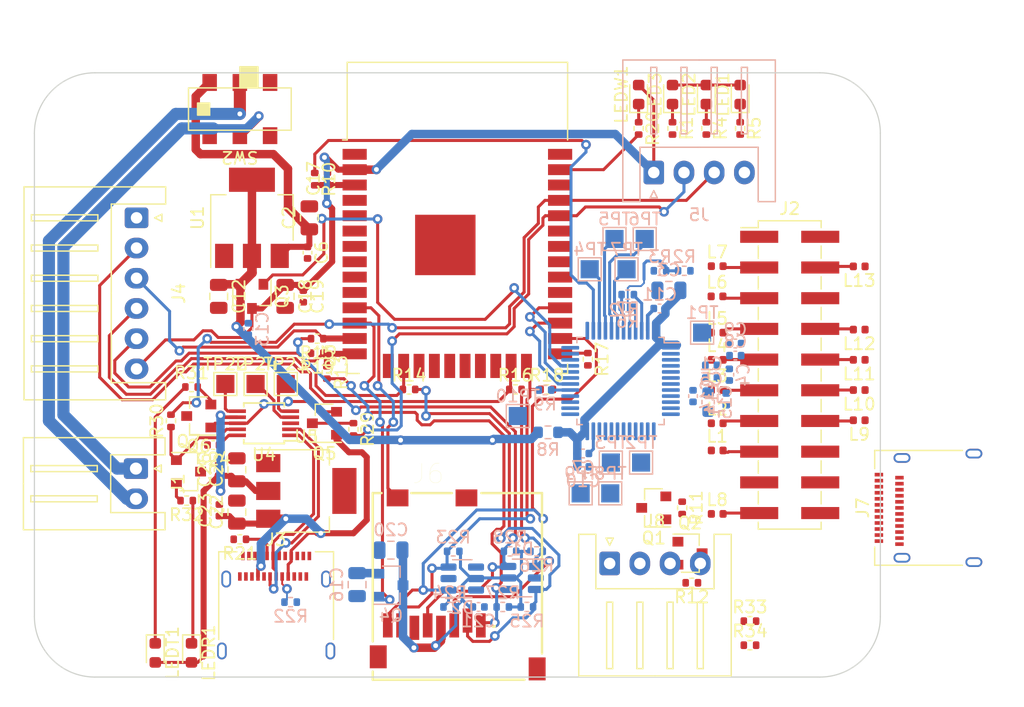
<source format=kicad_pcb>
(kicad_pcb (version 20210126) (generator pcbnew)

  (general
    (thickness 1.6)
  )

  (paper "A4")
  (layers
    (0 "F.Cu" signal)
    (31 "B.Cu" signal)
    (32 "B.Adhes" user "B.Adhesive")
    (33 "F.Adhes" user "F.Adhesive")
    (34 "B.Paste" user)
    (35 "F.Paste" user)
    (36 "B.SilkS" user "B.Silkscreen")
    (37 "F.SilkS" user "F.Silkscreen")
    (38 "B.Mask" user)
    (39 "F.Mask" user)
    (40 "Dwgs.User" user "User.Drawings")
    (41 "Cmts.User" user "User.Comments")
    (42 "Eco1.User" user "User.Eco1")
    (43 "Eco2.User" user "User.Eco2")
    (44 "Edge.Cuts" user)
    (45 "Margin" user)
    (46 "B.CrtYd" user "B.Courtyard")
    (47 "F.CrtYd" user "F.Courtyard")
    (48 "B.Fab" user)
    (49 "F.Fab" user)
    (50 "User.1" user)
    (51 "User.2" user)
    (52 "User.3" user)
    (53 "User.4" user)
    (54 "User.5" user)
    (55 "User.6" user)
    (56 "User.7" user)
    (57 "User.8" user)
    (58 "User.9" user)
  )

  (setup
    (stackup
      (layer "F.SilkS" (type "Top Silk Screen"))
      (layer "F.Paste" (type "Top Solder Paste"))
      (layer "F.Mask" (type "Top Solder Mask") (color "Green") (thickness 0.01))
      (layer "F.Cu" (type "copper") (thickness 0.035))
      (layer "dielectric 1" (type "core") (thickness 1.51) (material "FR4") (epsilon_r 4.5) (loss_tangent 0.02))
      (layer "B.Cu" (type "copper") (thickness 0.035))
      (layer "B.Mask" (type "Bottom Solder Mask") (color "Green") (thickness 0.01))
      (layer "B.Paste" (type "Bottom Solder Paste"))
      (layer "B.SilkS" (type "Bottom Silk Screen"))
      (copper_finish "None")
      (dielectric_constraints no)
    )
    (pcbplotparams
      (layerselection 0x00010fc_ffffffff)
      (disableapertmacros false)
      (usegerberextensions false)
      (usegerberattributes true)
      (usegerberadvancedattributes true)
      (creategerberjobfile true)
      (svguseinch false)
      (svgprecision 6)
      (excludeedgelayer true)
      (plotframeref false)
      (viasonmask false)
      (mode 1)
      (useauxorigin false)
      (hpglpennumber 1)
      (hpglpenspeed 20)
      (hpglpendiameter 15.000000)
      (dxfpolygonmode true)
      (dxfimperialunits true)
      (dxfusepcbnewfont true)
      (psnegative false)
      (psa4output false)
      (plotreference true)
      (plotvalue true)
      (plotinvisibletext false)
      (sketchpadsonfab false)
      (subtractmaskfromsilk false)
      (outputformat 1)
      (mirror false)
      (drillshape 1)
      (scaleselection 1)
      (outputdirectory "")
    )
  )


  (net 0 "")
  (net 1 "/~RST")
  (net 2 "GND")
  (net 3 "/3V3_STM")
  (net 4 "unconnected-(C12-Pad1)")
  (net 5 "/AVDD_STM")
  (net 6 "/XT_H2")
  (net 7 "/XT_L2")
  (net 8 "/XT_H1")
  (net 9 "/XT_L1")
  (net 10 "/ESP_EN_POST")
  (net 11 "+3V3")
  (net 12 "/VCC_ESP")
  (net 13 "/USB_PWR_IN")
  (net 14 "/GND_IN")
  (net 15 "/VCC_SD")
  (net 16 "unconnected-(C21-Pad1)")
  (net 17 "/VBAT_IN")
  (net 18 "/CH_V3")
  (net 19 "/3V3_CH")
  (net 20 "/SD_DAT2")
  (net 21 "/SD_DAT3")
  (net 22 "/SD_CLK")
  (net 23 "/SD_CMD")
  (net 24 "unconnected-(D2-Pad6)")
  (net 25 "unconnected-(D2-Pad4)")
  (net 26 "/SD_DAT1")
  (net 27 "unconnected-(U3-Pad31)")
  (net 28 "VCC")
  (net 29 "/CH_DM")
  (net 30 "Net-(J3-PadB5)")
  (net 31 "unconnected-(J3-PadB8)")
  (net 32 "/CH_DP")
  (net 33 "unconnected-(J3-PadA8)")
  (net 34 "Net-(J3-PadA5)")
  (net 35 "/ESP_TDI")
  (net 36 "/ESP_TCK")
  (net 37 "/ESP_TMS")
  (net 38 "/ESP_TDO")
  (net 39 "/ESP_TX0")
  (net 40 "/ESP_RX0")
  (net 41 "/SD_DET")
  (net 42 "/SD_DAT0")
  (net 43 "Net-(LED1-Pad1)")
  (net 44 "Net-(LED2-Pad1)")
  (net 45 "Net-(LED3-Pad1)")
  (net 46 "Net-(LEDR1-Pad1)")
  (net 47 "Net-(LEDT1-Pad1)")
  (net 48 "unconnected-(U3-Pad30)")
  (net 49 "Net-(LEDW1-Pad1)")
  (net 50 "Net-(Q1-Pad3)")
  (net 51 "/ADS_PWR")
  (net 52 "Net-(L8-Pad1)")
  (net 53 "+BATT")
  (net 54 "/~ESP_PWR")
  (net 55 "/~SD_EN")
  (net 56 "Net-(Q5-Pad3)")
  (net 57 "/CH_TX")
  (net 58 "Net-(Q6-Pad2)")
  (net 59 "Net-(Q7-Pad2)")
  (net 60 "/CH_RX")
  (net 61 "/LED3")
  (net 62 "/BOOT0")
  (net 63 "/LED2")
  (net 64 "/LED1")
  (net 65 "/SCL_PT")
  (net 66 "Net-(R6-Pad1)")
  (net 67 "/SDA_PT")
  (net 68 "Net-(R9-Pad2)")
  (net 69 "/ADS_CLK")
  (net 70 "/ESP_EN")
  (net 71 "/ESP_BOOT")
  (net 72 "/LEDW")
  (net 73 "unconnected-(SW2-Pad4)")
  (net 74 "unconnected-(SW2-Pad1)")
  (net 75 "Net-(TP1-Pad1)")
  (net 76 "Net-(TP2-Pad1)")
  (net 77 "Net-(TP3-Pad1)")
  (net 78 "Net-(TP4-Pad1)")
  (net 79 "Net-(TP5-Pad1)")
  (net 80 "Net-(TP6-Pad1)")
  (net 81 "Net-(TP7-Pad1)")
  (net 82 "Net-(TP8-Pad1)")
  (net 83 "Net-(TP9-Pad1)")
  (net 84 "Net-(TP22-Pad1)")
  (net 85 "Net-(TP23-Pad1)")
  (net 86 "Net-(TP24-Pad1)")
  (net 87 "/SWCLK")
  (net 88 "unconnected-(U2-Pad36)")
  (net 89 "unconnected-(U2-Pad35)")
  (net 90 "/SWDIO")
  (net 91 "/ADS_NRST")
  (net 92 "/ESP_TX2")
  (net 93 "/ESP_RX2")
  (net 94 "/ADS_START")
  (net 95 "/ADS_MOSI")
  (net 96 "/ADS_MISO")
  (net 97 "/ADS_SCK")
  (net 98 "/ADS_NCS")
  (net 99 "/ADS_NPWDN")
  (net 100 "/ADS_CLKSEL")
  (net 101 "/ADS_NDRDY")
  (net 102 "unconnected-(U2-Pad10)")
  (net 103 "unconnected-(U3-Pad32)")
  (net 104 "unconnected-(U3-Pad22)")
  (net 105 "unconnected-(U3-Pad21)")
  (net 106 "unconnected-(U3-Pad20)")
  (net 107 "unconnected-(U3-Pad19)")
  (net 108 "unconnected-(U3-Pad18)")
  (net 109 "unconnected-(U3-Pad17)")
  (net 110 "unconnected-(J2-Pad20)")
  (net 111 "Net-(J2-Pad17)")
  (net 112 "unconnected-(J2-Pad18)")
  (net 113 "Net-(J2-Pad15)")
  (net 114 "Net-(J2-Pad14)")
  (net 115 "Net-(J2-Pad13)")
  (net 116 "Net-(J2-Pad12)")
  (net 117 "Net-(J2-Pad11)")
  (net 118 "Net-(J2-Pad10)")
  (net 119 "Net-(J2-Pad9)")
  (net 120 "Net-(J2-Pad8)")
  (net 121 "Net-(J2-Pad7)")
  (net 122 "unconnected-(J2-Pad6)")
  (net 123 "Net-(J2-Pad5)")
  (net 124 "Net-(J2-Pad4)")
  (net 125 "Net-(J2-Pad3)")
  (net 126 "unconnected-(U3-Pad4)")
  (net 127 "unconnected-(U3-Pad5)")
  (net 128 "unconnected-(U3-Pad6)")
  (net 129 "unconnected-(U3-Pad7)")
  (net 130 "unconnected-(U3-Pad8)")
  (net 131 "unconnected-(U3-Pad9)")
  (net 132 "unconnected-(U3-Pad10)")
  (net 133 "Net-(J7-PadA4)")
  (net 134 "Net-(U2-Pad25)")
  (net 135 "unconnected-(U3-Pad29)")
  (net 136 "unconnected-(U3-Pad36)")
  (net 137 "unconnected-(U3-Pad33)")
  (net 138 "unconnected-(J7-PadB8)")
  (net 139 "Net-(J7-PadA7)")
  (net 140 "Net-(J7-PadA6)")
  (net 141 "Net-(J7-PadB5)")
  (net 142 "unconnected-(J7-PadA8)")
  (net 143 "Net-(J7-PadA5)")

  (footprint "Inductor_SMD:L_0402_1005Metric" (layer "F.Cu") (at 156.5 116))

  (footprint "Inductor_SMD:L_0402_1005Metric" (layer "F.Cu") (at 156.5 126.25))

  (footprint "Connector_JST:JST_XH_S2B-XH-A_1x02_P2.50mm_Horizontal" (layer "F.Cu") (at 108.4 132.75 -90))

  (footprint "Inductor_SMD:L_0402_1005Metric" (layer "F.Cu") (at 168.25 128.75 180))

  (footprint "footprints:GCT_MEM2061-01-188-00-A_REVA" (layer "F.Cu") (at 135 142.5))

  (footprint "Resistor_SMD:R_0402_1005Metric" (layer "F.Cu") (at 123.4 122 180))

  (footprint "LED_SMD:LED_0603_1608Metric" (layer "F.Cu") (at 158.4 101.8 90))

  (footprint "Package_TO_SOT_SMD:SOT-23" (layer "F.Cu") (at 113.6 128.4 180))

  (footprint "footprints:Copal_CL-SB-22B-11T" (layer "F.Cu") (at 117 103 180))

  (footprint "Capacitor_SMD:C_0402_1005Metric" (layer "F.Cu") (at 115.25 132.87 90))

  (footprint "Resistor_SMD:R_0402_1005Metric" (layer "F.Cu") (at 155.6 104.6 -90))

  (footprint "Capacitor_SMD:C_0805_2012Metric" (layer "F.Cu") (at 115.25 118.5 -90))

  (footprint "LED_SMD:LED_0603_1608Metric" (layer "F.Cu") (at 110 148 -90))

  (footprint "Package_TO_SOT_SMD:SOT-23" (layer "F.Cu") (at 124 129 180))

  (footprint "Inductor_SMD:L_0402_1005Metric" (layer "F.Cu") (at 156.5 129))

  (footprint "Resistor_SMD:R_0402_1005Metric" (layer "F.Cu") (at 153.6 136 -90))

  (footprint "Package_TO_SOT_SMD:SOT-223-3_TabPin2" (layer "F.Cu") (at 118 112 90))

  (footprint "Resistor_SMD:R_0402_1005Metric" (layer "F.Cu") (at 158.4 104.6 -90))

  (footprint "Resistor_SMD:R_0402_1005Metric" (layer "F.Cu") (at 152.8 104.6 -90))

  (footprint "Resistor_SMD:R_0402_1005Metric" (layer "F.Cu") (at 123.2 108.8 -90))

  (footprint "MountingHole:MountingHole_3.2mm_M3_DIN965" (layer "F.Cu") (at 165 105))

  (footprint "LED_SMD:LED_0603_1608Metric" (layer "F.Cu") (at 150 101.8 90))

  (footprint "Resistor_SMD:R_0402_1005Metric" (layer "F.Cu") (at 117 138.6 180))

  (footprint "Inductor_SMD:L_0402_1005Metric" (layer "F.Cu") (at 156.5 136.5))

  (footprint "Package_TO_SOT_SMD:SOT-23" (layer "F.Cu") (at 118 118.5 -90))

  (footprint "TestPoint:TestPoint_Pad_1.5x1.5mm" (layer "F.Cu") (at 120.8 125.75))

  (footprint "Inductor_SMD:L_0402_1005Metric" (layer "F.Cu") (at 168.25 116.02 180))

  (footprint "Package_TO_SOT_SMD:SOT-23" (layer "F.Cu") (at 154.25 139.75))

  (footprint "Capacitor_SMD:C_0402_1005Metric" (layer "F.Cu") (at 122.6 114.88 -90))

  (footprint "Resistor_SMD:R_0402_1005Metric" (layer "F.Cu") (at 126.4 129.5 -90))

  (footprint "Capacitor_SMD:C_0805_2012Metric" (layer "F.Cu") (at 116.75 132.85 90))

  (footprint "Resistor_SMD:R_0402_1005Metric" (layer "F.Cu") (at 154.4 142.2 180))

  (footprint "Package_SO:MSOP-10_3x3mm_P0.5mm" (layer "F.Cu") (at 119 129 180))

  (footprint "Resistor_SMD:R_0402_1005Metric" (layer "F.Cu") (at 124.2 124.8 -90))

  (footprint "Inductor_SMD:L_0402_1005Metric" (layer "F.Cu") (at 168.25 123.75 180))

  (footprint "Capacitor_SMD:C_0805_2012Metric" (layer "F.Cu") (at 122.75 112 90))

  (footprint "Resistor_SMD:R_0402_1005Metric" (layer "F.Cu") (at 159.2112 145.3744))

  (footprint "LED_SMD:LED_0603_1608Metric" (layer "F.Cu") (at 155.6 101.8 90))

  (footprint "Capacitor_SMD:C_0402_1005Metric" (layer "F.Cu") (at 114.8 130.8 180))

  (footprint "Resistor_SMD:R_0402_1005Metric" (layer "F.Cu") (at 139.8 126.2))

  (footprint "Connector_USB:USB_C_Receptacle_Amphenol_12401610E4-2A" (layer "F.Cu") (at 120 145))

  (footprint "Connector_USB:USB_C_Receptacle_Amphenol_12401610E4-2A" (layer "F.Cu") (at 174.9 136 90))

  (footprint "Capacitor_SMD:C_0402_1005Metric" (layer "F.Cu") (at 122.25 118.5 -90))

  (footprint "Capacitor_SMD:C_0805_2012Metric" (layer "F.Cu") (at 120.75 118.5 -90))

  (footprint "Resistor_SMD:R_0402_1005Metric" (layer "F.Cu") (at 111.3 128.8 90))

  (footprint "TestPoint:TestPoint_Pad_1.5x1.5mm" (layer "F.Cu") (at 118.3 125.75))

  (footprint "Capacitor_SMD:C_0402_1005Metric" (layer "F.Cu") (at 115.3 136.2 90))

  (footprint "Inductor_SMD:L_0402_1005Metric" (layer "F.Cu") (at 156.485 118.5))

  (footprint "RF_Module:ESP32-WROOM-32" (layer "F.Cu") (at 135 115))

  (footprint "Resistor_SMD:R_0402_1005Metric" (layer "F.Cu") (at 150 104.6 -90))

  (footprint "Inductor_SMD:L_0402_1005Metric" (layer "F.Cu") (at 156.5 121.5))

  (footprint "Resistor_SMD:R_0402_1005Metric" (layer "F.Cu") (at 142.4 126.2))

  (footprint "MountingHole:MountingHole_3.2mm_M3_DIN965" (layer "F.Cu") (at 105 145))

  (footprint "LED_SMD:LED_0603_1608Metric" (layer "F.Cu")
    (tedit 5F68FEF1) (tstamp afe72d88-8606-476a-b376-397eb5f02bfc)
    (at 152.8 101.8 90)
    (descr "LED SMD 0603 (1608 Metric), square (rectangular) end terminal, IPC_7351 nominal, (Body size source: http://www.tortai-tech.com/upload/download/2011102023233369053.pdf), generated with kicad-footprint-generator")
    (tags "LED")
    (property "Sheetfile" "control_board.kicad_sch")
    (property "Sheetname" "")
    (path "/8febccb6-3f23-4e29-ac4e-7d7bef798d9b")
    (attr smd)
    (fp_text reference "LED3" (at 0 -1.43 90) (layer "F.SilkS")
      (effects (font (size 1 1) (thickness 0.15)))
      (tstamp 5e14bddc-f59f-4b1c-ab6e-72c8adde0cf3)
    )
    (fp_text value "red" (at 0 1.43 90) (layer "F.Fab")
      (effects (font (size 1 1) (thickness 0.15)))
      (tstamp 01dc8591-32bf-4649-a6ee-2a9788546fcb)
    )
    (fp_text user "${REFERENCE}" (at 0 0 90) (layer "F.Fab")
      (effects (font (size 0.4 0.4) (thickness 0.06)))
      (tstamp 65068574-5671-4d2f-b750-da5dcaf619d9)
    )
    (fp_line (start 0.8 -0.735) (end -1.485 -0.735) (layer "F.SilkS") (width 0.12) (tstamp 01e0fe2a-b1e5-4341-868f-b525b342149a))
    (fp_line (start -1.485 0.735) (end 0.8 0.735) (layer "F.SilkS") (width 0.12) (tstamp 1bd6872c-c89b-4ef2-bf5e-397016bcc034))
    (fp_line (start -1.485 -0.735) (end -1.485 0.735) (layer "F.SilkS") (width 0.12) (tstamp c0191d54-6e98-4470-bd0f-078602a11baf))
    (fp_line (start -1.48 0.73) (end -1.48 -0.73) (layer "F.CrtYd") (width 0.05) (tstamp 07ce35ba-0961-4665-89ab-7e34f3964670))
    (fp_line (start -1.48 -0.73) (end 1.48 -0.73) (layer "F.CrtYd") (width 0.05) (tstamp 6ffb7988-724a-4896-a431-6b8aeb5c3c26))
    (fp_line (start 1.48 0.73) (end -1.48 0.73) (layer "F.CrtYd") (width 0.05) (tstamp ea4ba81f-8903-4e57-940f-75dd19b29911))
    (fp_line (start 1.48 -0.73) (end 1.48 0.73) (layer "F.CrtYd") (width 0.05) (tstamp fff09830-a60c-4e35-becc-d35297de3295))
    (fp_line (start -0.8 0.4) (end 0.8 0.4) (layer "F.Fab") (width 0.1) (tstamp 00fc17e8-6aa8-478e-8dd1-6e3bdb98c829))
    (fp_line (start -0.5 -0.4) (end -0.8 -0.1) (layer "F.Fab") (width 0.1) (tstamp 0eb0bc14-f9b1-446f-99f4-cf803006bfab))
    (fp_line (start 0.8 -0.4) (end -0.5 -0.4) (layer "F.Fab") (width 0.1) (tstamp 85e91d72-b65f-4691-aa9c-5152c663557f))
    (fp_line (start 0.8 0.4) (end 0.8 -0.4) (layer "F.Fab") (width 0.1) (tstamp 9a5b1de0-31ab-4b14-815a-1ee40b71c039))
    (fp_line (start -0.8 -0.1) (end -0.8 0.4) (layer "F.Fab") (width 0.1) (tstamp edc2947c-dac1-4a0d-ad33-a588e81ce80c))
    (pad "1" smd roundrect (at -0.7875 0 90) (locked) (size 0.875 0.95) (layers "F.Cu" "F.Paste" "F.Mask") (roundrect_rratio 0.25)
      (net 45 "Net-(LED3-Pad1)") (pinfunction "K") (pintype "passive") (tstamp 2408d775-47d9-42d5-a075-c3dbc6a7edb2))
    (pad "2" smd roundrect (at 0.7875 0 90) (locked) (size 0.875 0.95) (
... [333852 chars truncated]
</source>
